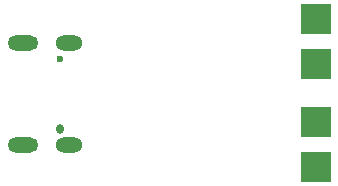
<source format=gbr>
%TF.GenerationSoftware,KiCad,Pcbnew,6.0.10+dfsg-1~bpo11+1*%
%TF.CreationDate,2023-01-21T14:50:42+00:00*%
%TF.ProjectId,tp4056,74703430-3536-42e6-9b69-6361645f7063,rev?*%
%TF.SameCoordinates,Original*%
%TF.FileFunction,Soldermask,Bot*%
%TF.FilePolarity,Negative*%
%FSLAX46Y46*%
G04 Gerber Fmt 4.6, Leading zero omitted, Abs format (unit mm)*
G04 Created by KiCad (PCBNEW 6.0.10+dfsg-1~bpo11+1) date 2023-01-21 14:50:42*
%MOMM*%
%LPD*%
G01*
G04 APERTURE LIST*
%ADD10C,0.600000*%
%ADD11O,0.600000X0.850000*%
%ADD12O,2.300000X1.300000*%
%ADD13O,2.600000X1.300000*%
%ADD14R,2.500000X2.500000*%
G04 APERTURE END LIST*
D10*
%TO.C,P1*%
X133340000Y-91480000D03*
D11*
X133340000Y-97480000D03*
D12*
X134065000Y-90160000D03*
D13*
X130240000Y-98800000D03*
D12*
X134065000Y-98800000D03*
D13*
X130240000Y-90160000D03*
%TD*%
D14*
%TO.C,J5*%
X154975000Y-100644840D03*
%TD*%
%TO.C,J4*%
X154970000Y-96859840D03*
%TD*%
%TO.C,J7*%
X154980000Y-91899840D03*
%TD*%
%TO.C,J6*%
X154975000Y-88154840D03*
%TD*%
M02*

</source>
